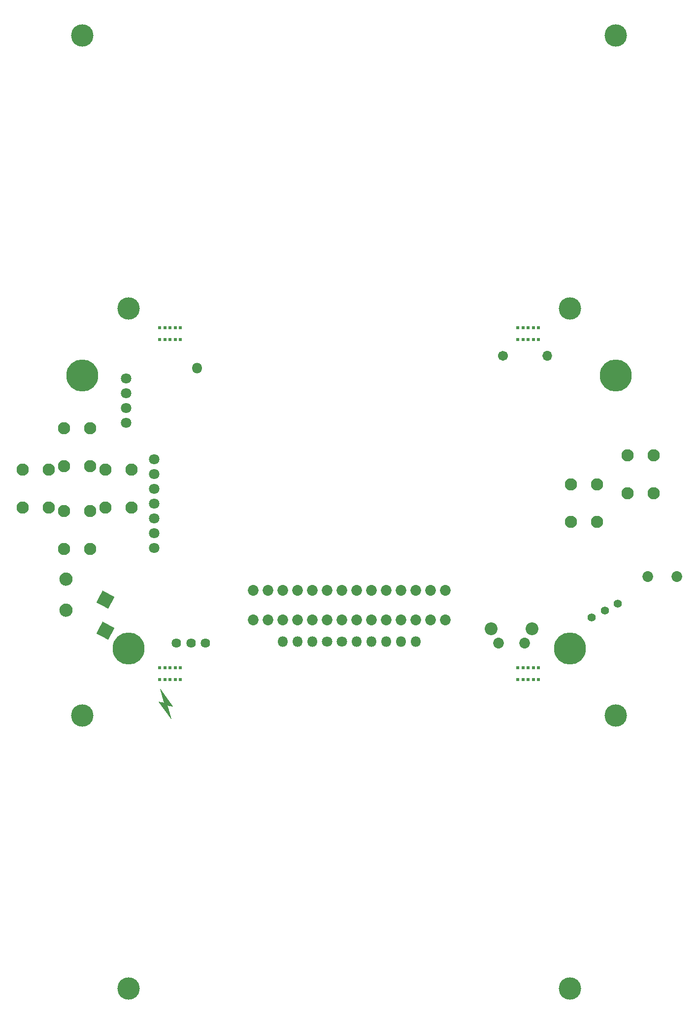
<source format=gbr>
G04 #@! TF.GenerationSoftware,KiCad,Pcbnew,(5.1.9-0-10_14)*
G04 #@! TF.CreationDate,2021-11-21T11:45:30-08:00*
G04 #@! TF.ProjectId,system_advance,73797374-656d-45f6-9164-76616e63652e,1.0-dev1*
G04 #@! TF.SameCoordinates,Original*
G04 #@! TF.FileFunction,Soldermask,Bot*
G04 #@! TF.FilePolarity,Negative*
%FSLAX46Y46*%
G04 Gerber Fmt 4.6, Leading zero omitted, Abs format (unit mm)*
G04 Created by KiCad (PCBNEW (5.1.9-0-10_14)) date 2021-11-21 11:45:30*
%MOMM*%
%LPD*%
G01*
G04 APERTURE LIST*
%ADD10C,0.100000*%
%ADD11C,0.609600*%
%ADD12C,1.801600*%
%ADD13O,1.801600X1.801600*%
%ADD14C,3.851600*%
%ADD15C,1.851600*%
%ADD16C,1.625600*%
%ADD17C,5.501599*%
%ADD18C,2.101600*%
%ADD19C,1.401600*%
%ADD20C,1.701600*%
%ADD21O,1.701600X1.701600*%
%ADD22C,2.201600*%
G04 APERTURE END LIST*
D10*
G36*
X77597000Y-174498000D02*
G01*
X76200000Y-174244000D01*
X75438000Y-171577000D01*
X77597000Y-174498000D01*
G37*
X77597000Y-174498000D02*
X76200000Y-174244000D01*
X75438000Y-171577000D01*
X77597000Y-174498000D01*
G36*
X76581000Y-173990000D02*
G01*
X77343000Y-176657000D01*
X75184000Y-173736000D01*
X76581000Y-173990000D01*
G37*
X76581000Y-173990000D02*
X77343000Y-176657000D01*
X75184000Y-173736000D01*
X76581000Y-173990000D01*
G36*
X77597000Y-174498000D02*
G01*
X76200000Y-174244000D01*
X75438000Y-171577000D01*
X77597000Y-174498000D01*
G37*
X77597000Y-174498000D02*
X76200000Y-174244000D01*
X75438000Y-171577000D01*
X77597000Y-174498000D01*
G36*
X76581000Y-173990000D02*
G01*
X77343000Y-176657000D01*
X75184000Y-173736000D01*
X76581000Y-173990000D01*
G37*
X76581000Y-173990000D02*
X77343000Y-176657000D01*
X75184000Y-173736000D01*
X76581000Y-173990000D01*
D11*
X139621000Y-111506000D03*
X139621000Y-109474000D03*
X137843000Y-111506000D03*
X137843000Y-109474000D03*
X140510000Y-111506000D03*
X138732000Y-111506000D03*
X136954000Y-111506000D03*
X140510000Y-109474000D03*
X136954000Y-109474000D03*
X138732000Y-109474000D03*
X78057000Y-169926000D03*
X78057000Y-167894000D03*
X76279000Y-169926000D03*
X76279000Y-167894000D03*
X78946000Y-169926000D03*
X77168000Y-169926000D03*
X75390000Y-169926000D03*
X78946000Y-167894000D03*
X75390000Y-167894000D03*
X77168000Y-167894000D03*
X139621000Y-169926000D03*
X139621000Y-167894000D03*
X137843000Y-169926000D03*
X137843000Y-167894000D03*
X140510000Y-169926000D03*
X138732000Y-169926000D03*
X136954000Y-169926000D03*
X140510000Y-167894000D03*
X136954000Y-167894000D03*
X138732000Y-167894000D03*
X78057000Y-111506000D03*
X78057000Y-109474000D03*
X76279000Y-111506000D03*
X76279000Y-109474000D03*
X78946000Y-111506000D03*
X77168000Y-111506000D03*
X75390000Y-111506000D03*
X78946000Y-109474000D03*
X75390000Y-109474000D03*
X77168000Y-109474000D03*
D12*
X106680000Y-163449000D03*
D13*
X109220000Y-163449000D03*
X111760000Y-163449000D03*
X114300000Y-163449000D03*
D12*
X104140000Y-163449000D03*
D13*
X119380000Y-163449000D03*
X96520000Y-163449000D03*
X99060000Y-163449000D03*
X101600000Y-163449000D03*
X116840000Y-163449000D03*
D14*
X62103000Y-59309000D03*
X153797000Y-59309000D03*
X70002400Y-106172000D03*
X145897600Y-106172000D03*
D15*
X124460000Y-154624000D03*
X121920000Y-154624000D03*
X119380000Y-154624000D03*
X116840000Y-154624000D03*
X114300000Y-154624000D03*
X111760000Y-154624000D03*
X109220000Y-154624000D03*
X106680000Y-154624000D03*
X104140000Y-154624000D03*
X101600000Y-154624000D03*
X99060000Y-154624000D03*
X96520000Y-154624000D03*
X93980000Y-154624000D03*
X91440000Y-154624000D03*
X91440000Y-159704000D03*
X93980000Y-159704000D03*
X96520000Y-159704000D03*
X99060000Y-159704000D03*
X101600000Y-159704000D03*
X104140000Y-159704000D03*
X124460000Y-159704000D03*
X121920000Y-159704000D03*
X119380000Y-159704000D03*
X116840000Y-159704000D03*
X114300000Y-159704000D03*
X111760000Y-159704000D03*
X106680000Y-159704000D03*
X109220000Y-159704000D03*
D14*
X145897600Y-223012000D03*
X70002400Y-223012000D03*
X153797000Y-176149000D03*
D16*
X78282800Y-163703000D03*
X80772000Y-163703000D03*
X83261200Y-163703000D03*
D17*
X62103000Y-117729000D03*
D13*
X81788000Y-116459000D03*
D17*
X70002400Y-164592000D03*
X153797000Y-117729000D03*
G36*
G01*
X60301749Y-153222856D02*
X60301749Y-153222856D01*
G75*
G02*
X58749597Y-153712248I-1020772J531380D01*
G01*
X58749597Y-153712248D01*
G75*
G02*
X58260205Y-152160096I531380J1020772D01*
G01*
X58260205Y-152160096D01*
G75*
G02*
X59812357Y-151670704I1020772J-531380D01*
G01*
X59812357Y-151670704D01*
G75*
G02*
X60301749Y-153222856I-531380J-1020772D01*
G01*
G37*
G36*
G01*
X67568695Y-155765669D02*
X66552848Y-157717092D01*
G75*
G02*
X66484331Y-157738695I-45060J23457D01*
G01*
X64532908Y-156722848D01*
G75*
G02*
X64511305Y-156654331I23457J45060D01*
G01*
X65527152Y-154702908D01*
G75*
G02*
X65595669Y-154681305I45060J-23457D01*
G01*
X67547092Y-155697152D01*
G75*
G02*
X67568695Y-155765669I-23457J-45060D01*
G01*
G37*
G36*
G01*
X60301749Y-158556856D02*
X60301749Y-158556856D01*
G75*
G02*
X58749597Y-159046248I-1020772J531380D01*
G01*
X58749597Y-159046248D01*
G75*
G02*
X58260205Y-157494096I531380J1020772D01*
G01*
X58260205Y-157494096D01*
G75*
G02*
X59812357Y-157004704I1020772J-531380D01*
G01*
X59812357Y-157004704D01*
G75*
G02*
X60301749Y-158556856I-531380J-1020772D01*
G01*
G37*
G36*
G01*
X67568695Y-161099669D02*
X66552848Y-163051092D01*
G75*
G02*
X66484331Y-163072695I-45060J23457D01*
G01*
X64532908Y-162056848D01*
G75*
G02*
X64511305Y-161988331I23457J45060D01*
G01*
X65527152Y-160036908D01*
G75*
G02*
X65595669Y-160015305I45060J-23457D01*
G01*
X67547092Y-161031152D01*
G75*
G02*
X67568695Y-161099669I-23457J-45060D01*
G01*
G37*
D12*
X74450000Y-147320000D03*
X74450000Y-144780000D03*
X74450000Y-142240000D03*
X74450000Y-139700000D03*
X74450000Y-137160000D03*
X74450000Y-134620000D03*
X74450000Y-132080000D03*
D18*
X150550000Y-142875000D03*
X146050000Y-142875000D03*
X150550000Y-136375000D03*
X146050000Y-136375000D03*
X160329000Y-137922000D03*
X155829000Y-137922000D03*
X160329000Y-131422000D03*
X155829000Y-131422000D03*
X63464000Y-133298000D03*
X58964000Y-133298000D03*
X63464000Y-126798000D03*
X58964000Y-126798000D03*
X58964000Y-141022000D03*
X63464000Y-141022000D03*
X58964000Y-147522000D03*
X63464000Y-147522000D03*
X56352000Y-140410000D03*
X51852000Y-140410000D03*
X56352000Y-133910000D03*
X51852000Y-133910000D03*
X66076000Y-133910000D03*
X70576000Y-133910000D03*
X66076000Y-140410000D03*
X70576000Y-140410000D03*
D19*
X151892000Y-158115000D03*
X149638992Y-159287841D03*
X154145008Y-156942159D03*
D14*
X62103000Y-176149000D03*
D17*
X145897600Y-164592000D03*
D15*
X164298000Y-152273000D03*
X159298000Y-152273000D03*
D20*
X134366000Y-114300000D03*
D21*
X141986000Y-114300000D03*
D22*
X139364000Y-161213000D03*
D15*
X138104000Y-163703000D03*
X133604000Y-163703000D03*
D22*
X132354000Y-161213000D03*
D12*
X69596000Y-123317000D03*
X69596000Y-120777000D03*
X69596000Y-125857000D03*
X69596000Y-118237000D03*
D10*
G36*
X67593076Y-161052834D02*
G01*
X67594151Y-161054521D01*
X67593927Y-161055531D01*
X67084404Y-162034315D01*
X66531166Y-163097076D01*
X66528469Y-163097927D01*
X64486924Y-162035166D01*
X64485849Y-162033479D01*
X64486056Y-162032542D01*
X64490545Y-162032542D01*
X66528542Y-163093455D01*
X67080856Y-162032469D01*
X67589455Y-161055458D01*
X65551458Y-159994545D01*
X64999144Y-161055531D01*
X64490545Y-162032542D01*
X64486056Y-162032542D01*
X64486073Y-162032469D01*
X64995596Y-161053685D01*
X65548834Y-159990924D01*
X65551531Y-159990073D01*
X67593076Y-161052834D01*
G37*
G36*
X67593076Y-155718834D02*
G01*
X67594151Y-155720521D01*
X67593927Y-155721531D01*
X67084404Y-156700315D01*
X66531166Y-157763076D01*
X66528469Y-157763927D01*
X64486924Y-156701166D01*
X64485849Y-156699479D01*
X64486056Y-156698542D01*
X64490545Y-156698542D01*
X66528542Y-157759455D01*
X67080856Y-156698469D01*
X67589455Y-155721458D01*
X65551458Y-154660545D01*
X64999144Y-155721531D01*
X64490545Y-156698542D01*
X64486056Y-156698542D01*
X64486073Y-156698469D01*
X64995596Y-155719685D01*
X65548834Y-154656924D01*
X65551531Y-154656073D01*
X67593076Y-155718834D01*
G37*
M02*

</source>
